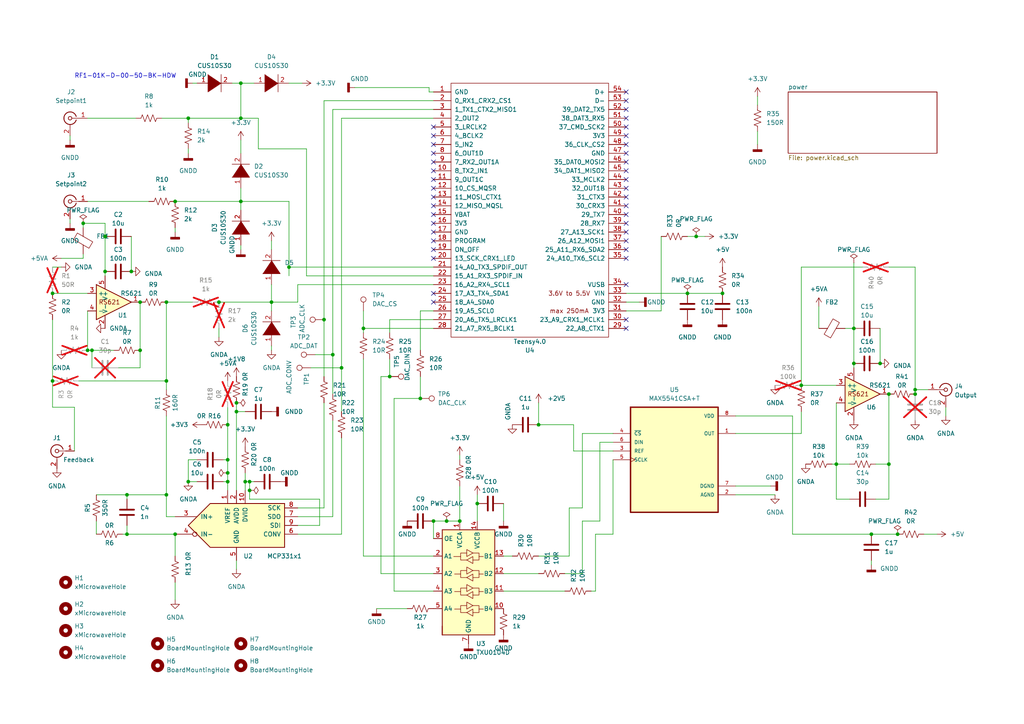
<source format=kicad_sch>
(kicad_sch (version 20230121) (generator eeschema)
  (paper "A4")
  (junction (at 199.39 85.09))
  (junction (at 265.43 114.3))
  (junction (at 50.8 58.42))
  (junction (at 113.03 109.22))
  (junction (at 72.39 139.7))
  (junction (at 69.85 34.29))
  (junction (at 209.55 85.09))
  (junction (at 48.26 110.49))
  (junction (at 48.26 143.51))
  (junction (at 129.54 151.13))
  (junction (at 232.41 111.76))
  (junction (at 121.92 115.57))
  (junction (at 69.85 58.42))
  (junction (at 54.61 139.7))
  (junction (at 40.64 101.6))
  (junction (at 83.82 77.47))
  (junction (at 15.24 85.09))
  (junction (at 36.83 143.51))
  (junction (at 72.39 142.24))
  (junction (at 63.5 87.63))
  (junction (at 133.35 151.13))
  (junction (at 24.13 64.77))
  (junction (at 25.4 101.6))
  (junction (at 260.35 154.94))
  (junction (at 68.58 119.38))
  (junction (at 66.04 139.7))
  (junction (at 156.21 123.19))
  (junction (at 68.58 116.84))
  (junction (at 247.65 95.25))
  (junction (at 48.26 87.63))
  (junction (at 38.1 78.74))
  (junction (at 247.65 105.41))
  (junction (at 78.74 87.63))
  (junction (at 93.98 92.71))
  (junction (at 66.04 137.16))
  (junction (at 96.52 102.87))
  (junction (at 242.57 134.62))
  (junction (at 201.93 68.58))
  (junction (at 69.85 24.13))
  (junction (at 257.81 134.62))
  (junction (at 252.73 154.94))
  (junction (at 66.04 133.35))
  (junction (at 125.73 151.13))
  (junction (at 26.67 101.6))
  (junction (at 50.8 154.94))
  (junction (at 71.12 139.7))
  (junction (at 138.43 146.05))
  (junction (at 40.64 87.63))
  (junction (at 54.61 34.29))
  (junction (at 15.24 110.49))
  (junction (at 30.48 78.74))
  (junction (at 265.43 113.03))
  (junction (at 66.04 123.19))
  (junction (at 30.48 68.58))
  (junction (at 99.06 106.68))
  (junction (at 36.83 154.94))
  (junction (at 255.27 105.41))
  (junction (at 257.81 114.3))
  (junction (at 105.41 95.25))
  (no_connect (at 181.61 29.21))
  (no_connect (at 181.61 74.93))
  (no_connect (at 181.61 54.61))
  (no_connect (at 125.73 74.93))
  (no_connect (at 181.61 39.37))
  (no_connect (at 125.73 69.85))
  (no_connect (at 125.73 46.99))
  (no_connect (at 125.73 72.39))
  (no_connect (at 125.73 36.83))
  (no_connect (at 181.61 82.55))
  (no_connect (at 125.73 67.31))
  (no_connect (at 181.61 36.83))
  (no_connect (at 181.61 26.67))
  (no_connect (at 181.61 67.31))
  (no_connect (at 125.73 41.91))
  (no_connect (at 181.61 44.45))
  (no_connect (at 181.61 69.85))
  (no_connect (at 181.61 41.91))
  (no_connect (at 181.61 57.15))
  (no_connect (at 125.73 54.61))
  (no_connect (at 181.61 59.69))
  (no_connect (at 125.73 85.09))
  (no_connect (at 181.61 49.53))
  (no_connect (at 181.61 31.75))
  (no_connect (at 125.73 39.37))
  (no_connect (at 125.73 59.69))
  (no_connect (at 181.61 72.39))
  (no_connect (at 181.61 46.99))
  (no_connect (at 125.73 52.07))
  (no_connect (at 181.61 52.07))
  (no_connect (at 181.61 95.25))
  (no_connect (at 181.61 92.71))
  (no_connect (at 181.61 62.23))
  (no_connect (at 125.73 57.15))
  (no_connect (at 125.73 44.45))
  (no_connect (at 181.61 64.77))
  (no_connect (at 125.73 64.77))
  (no_connect (at 125.73 49.53))
  (no_connect (at 181.61 34.29))
  (no_connect (at 125.73 87.63))
  (no_connect (at 125.73 62.23))
  (wire (pts (xy 99.06 34.29) (xy 125.73 34.29)))
  (wire (pts (xy 121.92 109.22) (xy 121.92 115.57)))
  (wire (pts (xy 129.54 151.13) (xy 133.35 151.13)))
  (wire (pts (xy 274.32 118.11) (xy 274.32 120.65)))
  (wire (pts (xy 105.41 95.25) (xy 125.73 95.25)))
  (wire (pts (xy 93.98 29.21) (xy 93.98 92.71)))
  (wire (pts (xy 125.73 26.67) (xy 124.46 26.67)))
  (wire (pts (xy 229.87 154.94) (xy 252.73 154.94)))
  (wire (pts (xy 168.91 166.37) (xy 168.91 151.13)))
  (wire (pts (xy 22.86 110.49) (xy 48.26 110.49)))
  (wire (pts (xy 156.21 123.19) (xy 166.37 123.19)))
  (wire (pts (xy 78.74 87.63) (xy 86.36 87.63)))
  (wire (pts (xy 99.06 106.68) (xy 99.06 34.29)))
  (wire (pts (xy 172.72 171.45) (xy 171.45 171.45)))
  (wire (pts (xy 105.41 96.52) (xy 105.41 95.25)))
  (wire (pts (xy 93.98 92.71) (xy 93.98 109.22)))
  (wire (pts (xy 78.74 90.17) (xy 78.74 87.63)))
  (wire (pts (xy 67.31 24.13) (xy 69.85 24.13)))
  (wire (pts (xy 15.24 85.09) (xy 25.4 85.09)))
  (wire (pts (xy 25.4 58.42) (xy 43.18 58.42)))
  (wire (pts (xy 254 144.78) (xy 257.81 144.78)))
  (wire (pts (xy 146.05 166.37) (xy 156.21 166.37)))
  (wire (pts (xy 166.37 130.81) (xy 177.8 130.81)))
  (wire (pts (xy 25.4 34.29) (xy 39.37 34.29)))
  (wire (pts (xy 72.39 139.7) (xy 71.12 139.7)))
  (wire (pts (xy 96.52 102.87) (xy 96.52 114.3)))
  (wire (pts (xy 69.85 34.29) (xy 74.93 34.29)))
  (wire (pts (xy 269.24 113.03) (xy 265.43 113.03)))
  (wire (pts (xy 72.39 142.24) (xy 72.39 144.78)))
  (wire (pts (xy 15.24 118.11) (xy 21.59 118.11)))
  (wire (pts (xy 26.67 101.6) (xy 26.67 106.68)))
  (wire (pts (xy 138.43 143.51) (xy 138.43 146.05)))
  (wire (pts (xy 86.36 154.94) (xy 99.06 154.94)))
  (wire (pts (xy 252.73 163.83) (xy 252.73 162.56)))
  (wire (pts (xy 156.21 161.29) (xy 165.1 161.29)))
  (wire (pts (xy 71.12 139.7) (xy 71.12 142.24)))
  (wire (pts (xy 69.85 34.29) (xy 69.85 24.13)))
  (wire (pts (xy 255.27 95.25) (xy 255.27 105.41)))
  (wire (pts (xy 232.41 125.73) (xy 213.36 125.73)))
  (wire (pts (xy 173.99 151.13) (xy 173.99 128.27)))
  (wire (pts (xy 27.94 151.13) (xy 27.94 154.94)))
  (wire (pts (xy 54.61 34.29) (xy 69.85 34.29)))
  (wire (pts (xy 35.56 154.94) (xy 36.83 154.94)))
  (wire (pts (xy 24.13 74.93) (xy 24.13 73.66)))
  (wire (pts (xy 110.49 109.22) (xy 113.03 109.22)))
  (wire (pts (xy 36.83 143.51) (xy 48.26 143.51)))
  (wire (pts (xy 92.71 152.4) (xy 86.36 152.4)))
  (wire (pts (xy 93.98 116.84) (xy 93.98 147.32)))
  (wire (pts (xy 247.65 76.2) (xy 247.65 95.25)))
  (wire (pts (xy 74.93 34.29) (xy 74.93 43.18)))
  (wire (pts (xy 48.26 120.65) (xy 48.26 143.51)))
  (wire (pts (xy 66.04 139.7) (xy 66.04 142.24)))
  (wire (pts (xy 46.99 34.29) (xy 54.61 34.29)))
  (wire (pts (xy 242.57 116.84) (xy 242.57 134.62)))
  (wire (pts (xy 83.82 24.13) (xy 87.63 24.13)))
  (wire (pts (xy 232.41 119.38) (xy 232.41 125.73)))
  (wire (pts (xy 86.36 147.32) (xy 93.98 147.32)))
  (wire (pts (xy 96.52 31.75) (xy 96.52 102.87)))
  (wire (pts (xy 54.61 133.35) (xy 57.15 133.35)))
  (wire (pts (xy 88.9 43.18) (xy 88.9 80.01)))
  (wire (pts (xy 133.35 140.97) (xy 133.35 151.13)))
  (wire (pts (xy 69.85 72.39) (xy 69.85 71.12)))
  (wire (pts (xy 92.71 144.78) (xy 92.71 152.4)))
  (wire (pts (xy 96.52 121.92) (xy 96.52 149.86)))
  (wire (pts (xy 146.05 171.45) (xy 163.83 171.45)))
  (wire (pts (xy 247.65 95.25) (xy 247.65 105.41)))
  (wire (pts (xy 247.65 105.41) (xy 247.65 106.68)))
  (wire (pts (xy 246.38 144.78) (xy 242.57 144.78)))
  (wire (pts (xy 83.82 58.42) (xy 83.82 77.47)))
  (wire (pts (xy 114.3 115.57) (xy 114.3 171.45)))
  (wire (pts (xy 25.4 90.17) (xy 25.4 101.6)))
  (wire (pts (xy 66.04 133.35) (xy 66.04 137.16)))
  (wire (pts (xy 36.83 152.4) (xy 36.83 154.94)))
  (wire (pts (xy 48.26 113.03) (xy 48.26 110.49)))
  (wire (pts (xy 201.93 68.58) (xy 199.39 68.58)))
  (wire (pts (xy 17.78 77.47) (xy 15.24 77.47)))
  (wire (pts (xy 69.85 24.13) (xy 73.66 24.13)))
  (wire (pts (xy 78.74 87.63) (xy 78.74 82.55)))
  (wire (pts (xy 124.46 26.67) (xy 124.46 25.4)))
  (wire (pts (xy 257.81 114.3) (xy 257.81 134.62)))
  (wire (pts (xy 124.46 25.4) (xy 102.87 25.4)))
  (wire (pts (xy 265.43 77.47) (xy 265.43 113.03)))
  (wire (pts (xy 68.58 119.38) (xy 68.58 142.24)))
  (wire (pts (xy 54.61 35.56) (xy 54.61 34.29)))
  (wire (pts (xy 88.9 43.18) (xy 74.93 43.18)))
  (wire (pts (xy 73.66 139.7) (xy 72.39 139.7)))
  (wire (pts (xy 54.61 133.35) (xy 54.61 139.7)))
  (wire (pts (xy 232.41 111.76) (xy 232.41 77.47)))
  (wire (pts (xy 69.85 60.96) (xy 69.85 58.42)))
  (wire (pts (xy 168.91 151.13) (xy 173.99 151.13)))
  (wire (pts (xy 168.91 147.32) (xy 165.1 147.32)))
  (wire (pts (xy 69.85 58.42) (xy 83.82 58.42)))
  (wire (pts (xy 83.82 77.47) (xy 83.82 80.01)))
  (wire (pts (xy 86.36 87.63) (xy 86.36 82.55)))
  (wire (pts (xy 68.58 116.84) (xy 68.58 119.38)))
  (wire (pts (xy 48.26 149.86) (xy 50.8 149.86)))
  (wire (pts (xy 36.83 144.78) (xy 36.83 143.51)))
  (wire (pts (xy 105.41 95.25) (xy 105.41 90.17)))
  (wire (pts (xy 15.24 92.71) (xy 15.24 110.49)))
  (wire (pts (xy 55.88 24.13) (xy 57.15 24.13)))
  (wire (pts (xy 78.74 101.6) (xy 78.74 100.33)))
  (wire (pts (xy 267.97 154.94) (xy 271.78 154.94)))
  (wire (pts (xy 48.26 87.63) (xy 55.88 87.63)))
  (wire (pts (xy 121.92 90.17) (xy 121.92 101.6)))
  (wire (pts (xy 30.48 64.77) (xy 24.13 64.77)))
  (wire (pts (xy 24.13 64.77) (xy 24.13 66.04)))
  (wire (pts (xy 254 134.62) (xy 257.81 134.62)))
  (wire (pts (xy 121.92 90.17) (xy 125.73 90.17)))
  (wire (pts (xy 125.73 80.01) (xy 88.9 80.01)))
  (wire (pts (xy 50.8 58.42) (xy 69.85 58.42)))
  (wire (pts (xy 242.57 134.62) (xy 241.3 134.62)))
  (wire (pts (xy 40.64 106.68) (xy 40.64 101.6)))
  (wire (pts (xy 48.26 143.51) (xy 48.26 149.86)))
  (wire (pts (xy 48.26 87.63) (xy 48.26 110.49)))
  (wire (pts (xy 232.41 111.76) (xy 242.57 111.76)))
  (wire (pts (xy 36.83 154.94) (xy 50.8 154.94)))
  (wire (pts (xy 173.99 128.27) (xy 177.8 128.27)))
  (wire (pts (xy 166.37 123.19) (xy 166.37 130.81)))
  (wire (pts (xy 156.21 116.84) (xy 156.21 123.19)))
  (wire (pts (xy 63.5 95.25) (xy 63.5 97.79)))
  (wire (pts (xy 83.82 77.47) (xy 125.73 77.47)))
  (wire (pts (xy 50.8 154.94) (xy 50.8 161.29)))
  (wire (pts (xy 30.48 68.58) (xy 30.48 78.74)))
  (wire (pts (xy 78.74 69.85) (xy 78.74 72.39)))
  (wire (pts (xy 27.94 143.51) (xy 36.83 143.51)))
  (wire (pts (xy 125.73 151.13) (xy 129.54 151.13)))
  (wire (pts (xy 213.36 143.51) (xy 224.79 143.51)))
  (wire (pts (xy 165.1 147.32) (xy 165.1 161.29)))
  (wire (pts (xy 181.61 90.17) (xy 191.77 90.17)))
  (wire (pts (xy 68.58 119.38) (xy 71.12 119.38)))
  (wire (pts (xy 66.04 137.16) (xy 66.04 139.7)))
  (wire (pts (xy 72.39 144.78) (xy 92.71 144.78)))
  (wire (pts (xy 204.47 68.58) (xy 201.93 68.58)))
  (wire (pts (xy 20.32 63.5) (xy 20.32 64.77)))
  (wire (pts (xy 213.36 140.97) (xy 223.52 140.97)))
  (wire (pts (xy 26.67 101.6) (xy 33.02 101.6)))
  (wire (pts (xy 30.48 78.74) (xy 30.48 80.01)))
  (wire (pts (xy 71.12 137.16) (xy 71.12 139.7)))
  (wire (pts (xy 146.05 146.05) (xy 146.05 151.13)))
  (wire (pts (xy 113.03 92.71) (xy 125.73 92.71)))
  (wire (pts (xy 86.36 82.55) (xy 125.73 82.55)))
  (wire (pts (xy 30.48 64.77) (xy 30.48 68.58)))
  (wire (pts (xy 125.73 156.21) (xy 125.73 151.13)))
  (wire (pts (xy 17.78 74.93) (xy 24.13 74.93)))
  (wire (pts (xy 219.71 27.94) (xy 219.71 30.48)))
  (wire (pts (xy 242.57 144.78) (xy 242.57 134.62)))
  (wire (pts (xy 54.61 43.18) (xy 54.61 44.45)))
  (wire (pts (xy 20.32 39.37) (xy 20.32 40.64)))
  (wire (pts (xy 237.49 95.25) (xy 237.49 88.9)))
  (wire (pts (xy 257.81 144.78) (xy 257.81 134.62)))
  (wire (pts (xy 69.85 58.42) (xy 69.85 54.61)))
  (wire (pts (xy 40.64 101.6) (xy 40.64 87.63)))
  (wire (pts (xy 177.8 154.94) (xy 177.8 133.35)))
  (wire (pts (xy 86.36 149.86) (xy 96.52 149.86)))
  (wire (pts (xy 213.36 120.65) (xy 229.87 120.65)))
  (wire (pts (xy 257.81 77.47) (xy 265.43 77.47)))
  (wire (pts (xy 66.04 118.11) (xy 66.04 123.19)))
  (wire (pts (xy 172.72 154.94) (xy 177.8 154.94)))
  (wire (pts (xy 168.91 125.73) (xy 168.91 147.32)))
  (wire (pts (xy 96.52 31.75) (xy 125.73 31.75)))
  (wire (pts (xy 138.43 146.05) (xy 138.43 151.13)))
  (wire (pts (xy 38.1 68.58) (xy 38.1 78.74)))
  (wire (pts (xy 25.4 101.6) (xy 26.67 101.6)))
  (wire (pts (xy 229.87 120.65) (xy 229.87 154.94)))
  (wire (pts (xy 113.03 96.52) (xy 113.03 92.71)))
  (wire (pts (xy 105.41 161.29) (xy 125.73 161.29)))
  (wire (pts (xy 265.43 113.03) (xy 265.43 114.3)))
  (wire (pts (xy 15.24 110.49) (xy 15.24 118.11)))
  (wire (pts (xy 99.06 119.38) (xy 99.06 106.68)))
  (wire (pts (xy 245.11 95.25) (xy 247.65 95.25)))
  (wire (pts (xy 66.04 123.19) (xy 66.04 133.35)))
  (wire (pts (xy 252.73 154.94) (xy 260.35 154.94)))
  (wire (pts (xy 69.85 44.45) (xy 69.85 40.64)))
  (wire (pts (xy 34.29 106.68) (xy 40.64 106.68)))
  (wire (pts (xy 91.44 102.87) (xy 96.52 102.87)))
  (wire (pts (xy 64.77 133.35) (xy 66.04 133.35)))
  (wire (pts (xy 146.05 161.29) (xy 148.59 161.29)))
  (wire (pts (xy 242.57 134.62) (xy 246.38 134.62)))
  (wire (pts (xy 50.8 168.91) (xy 50.8 173.99)))
  (wire (pts (xy 133.35 132.08) (xy 133.35 133.35)))
  (wire (pts (xy 68.58 165.1) (xy 68.58 162.56)))
  (wire (pts (xy 64.77 139.7) (xy 66.04 139.7)))
  (wire (pts (xy 232.41 77.47) (xy 250.19 77.47)))
  (wire (pts (xy 114.3 115.57) (xy 121.92 115.57)))
  (wire (pts (xy 54.61 139.7) (xy 57.15 139.7)))
  (wire (pts (xy 99.06 127) (xy 99.06 154.94)))
  (wire (pts (xy 105.41 104.14) (xy 105.41 161.29)))
  (wire (pts (xy 110.49 166.37) (xy 125.73 166.37)))
  (wire (pts (xy 63.5 87.63) (xy 78.74 87.63)))
  (wire (pts (xy 50.8 66.04) (xy 50.8 67.31)))
  (wire (pts (xy 172.72 171.45) (xy 172.72 154.94)))
  (wire (pts (xy 113.03 104.14) (xy 113.03 109.22)))
  (wire (pts (xy 185.42 87.63) (xy 181.61 87.63)))
  (wire (pts (xy 114.3 171.45) (xy 125.73 171.45)))
  (wire (pts (xy 177.8 125.73) (xy 168.91 125.73)))
  (wire (pts (xy 21.59 118.11) (xy 21.59 130.81)))
  (wire (pts (xy 72.39 139.7) (xy 72.39 142.24)))
  (wire (pts (xy 109.22 176.53) (xy 118.11 176.53)))
  (wire (pts (xy 219.71 38.1) (xy 219.71 41.91)))
  (wire (pts (xy 93.98 29.21) (xy 125.73 29.21)))
  (wire (pts (xy 181.61 85.09) (xy 199.39 85.09)))
  (wire (pts (xy 191.77 90.17) (xy 191.77 68.58)))
  (wire (pts (xy 163.83 166.37) (xy 168.91 166.37)))
  (wire (pts (xy 90.17 106.68) (xy 99.06 106.68)))
  (wire (pts (xy 199.39 85.09) (xy 209.55 85.09)))
  (wire (pts (xy 110.49 109.22) (xy 110.49 166.37)))
  (text "RF1-01K-D-00-50-BK-HDW" (at 21.59 22.86 0) (effects (font (size 1.27 1.27)) (justify left bottom)))
  (symbol (lib_id "Device:FerriteBead") (at 24.13 69.85 0) (unit 1)
    (property "Reference" "FB1" (at 27.94 68.5292 0) (effects (justify left)))
    (property "Value" "FerriteBead" (effects hide))
    (property "Footprint" "Resistor_SMD:R_0805_2012Metric_Pad1.20x1.40mm_HandSolder" (effects hide))
  )
  (symbol (lib_id "power:GNDA") (at 50.8 173.99 0) (unit 1)
    (property "Reference" "#PWR010" (effects hide))
    (property "Value" "GNDA" (at 50.8 179.07 0))
  )
  (symbol (lib_id "power:+2V5") (at 156.21 116.84 0) (unit 1)
    (property "Reference" "#PWR036" (effects hide))
    (property "Value" "+2V5" (at 158.75 115.57 0) (effects (justify left)))
  )
  (symbol (lib_id "Device:R_US") (at 19.05 110.49 90) (mirror x) (unit 1) (dnp yes)
    (property "Reference" "R3" (at 17.7799 113.03 0) (effects (justify left)))
    (property "Value" "0R" (at 20.3199 113.03 0) (effects (justify left)))
    (property "Footprint" "Resistor_SMD:R_0805_2012Metric" (effects hide))
  )
  (symbol (lib_id "power:GNDD") (at 78.74 119.38 90) (unit 1)
    (property "Reference" "#PWR024" (effects hide))
    (property "Value" "GNDD" (at 82.55 119.3799 90) (effects (justify right)))
  )
  (symbol (lib_id "Device:R_US") (at 232.41 115.57 180) (unit 1)
    (property "Reference" "R37" (at 234.95 114.3 0) (effects (justify right)))
    (property "Value" "0R" (at 234.95 116.84 0) (effects (justify right)))
    (property "Footprint" "Resistor_SMD:R_0805_2012Metric" (effects hide))
  )
  (symbol (lib_id "Device:R_US") (at 27.94 147.32 180) (unit 1)
    (property "Reference" "R5" (at 25.4 147.32 90))
    (property "Value" "350R" (at 30.48 147.32 90))
    (property "Footprint" "Resistor_SMD:R_0805_2012Metric" (effects hide))
  )
  (symbol (lib_name "RS621KXF_1") (lib_id "Misc:RS621KXF") (at 38.1 85.09 0) (unit 1)
    (property "Reference" "U1" (at 35.56 91.44 0))
    (property "Value" "RS621" (at 38.1 85.09 0))
    (property "Footprint" "Package_TO_SOT_SMD:SOT-23-5_HandSoldering" (effects hide))
  )
  (symbol (lib_id "Device:R_US") (at 62.23 123.19 270) (unit 1)
    (property "Reference" "R16" (at 62.23 120.65 90))
    (property "Value" "0R" (at 58.42 120.65 90))
    (property "Footprint" "Resistor_SMD:R_0805_2012Metric" (effects hide))
  )
  (symbol (lib_id "Device:R_US") (at 167.64 171.45 270) (unit 1)
    (property "Reference" "R32" (at 166.37 168.91 0) (effects (justify right)))
    (property "Value" "10R" (at 168.91 168.91 0) (effects (justify right)))
    (property "Footprint" "Resistor_SMD:R_0805_2012Metric" (effects hide))
  )
  (symbol (lib_id "Device:R_US") (at 146.05 180.34 0) (unit 1)
    (property "Reference" "R29" (at 148.59 179.0699 0) (effects (justify left)))
    (property "Value" "1k" (at 148.59 181.6099 0) (effects (justify left)))
    (property "Footprint" "Resistor_SMD:R_0805_2012Metric" (effects hide))
  )
  (symbol (lib_id "Device:R_US") (at 121.92 105.41 180) (unit 1)
    (property "Reference" "R26" (at 124.46 104.14 0) (effects (justify right)))
    (property "Value" "10R" (at 124.46 106.68 0) (effects (justify right)))
    (property "Footprint" "Resistor_SMD:R_0805_2012Metric" (effects hide))
  )
  (symbol (lib_id "pspice:DIODE") (at 69.85 49.53 90) (unit 1)
    (property "Reference" "D2" (at 73.66 48.26 90) (effects (justify right)))
    (property "Value" "CUS10S30" (at 73.66 50.8 90) (effects (justify right)))
    (property "Footprint" "Diode_SMD:D_SOD-323_HandSoldering" (effects hide))
  )
  (symbol (lib_id "Connector:TestPoint") (at 113.03 109.22 270) (unit 1) (on_board no)
    (property "Reference" "TP5" (at 115.062 106.68 0) (effects (justify right)))
    (property "Value" "DAC_DIN" (at 118.11 110.49 0) (effects (justify right)))
    (property "Footprint" "TestPoint:TestPoint_Loop_D2.50mm_Drill1.0mm" (effects hide))
  )
  (symbol (lib_id "Device:R_US") (at 250.19 134.62 90) (unit 1)
    (property "Reference" "R39" (at 250.19 129.54 90))
    (property "Value" "10k" (at 250.19 132.08 90))
    (property "Footprint" "Resistor_SMD:R_0805_2012Metric" (effects hide))
  )
  (symbol (lib_id "Device:R_US") (at 219.71 34.29 0) (unit 1)
    (property "Reference" "R35" (at 222.25 33.0199 0) (effects (justify left)))
    (property "Value" "150R" (at 222.25 35.5599 0) (effects (justify left)))
    (property "Footprint" "Resistor_SMD:R_0805_2012Metric" (effects hide))
  )
  (symbol (lib_id "power:GNDA") (at 255.27 105.41 90) (unit 1)
    (property "Reference" "#PWR051" (effects hide))
    (property "Value" "GNDA" (at 259.08 106.045 90) (effects (justify right)))
  )
  (symbol (lib_id "Connector:Conn_Coaxial") (at 16.51 130.81 0) (mirror y) (unit 1)
    (property "Reference" "J1" (at 16.51 127 0))
    (property "Value" "Feedback" (at 22.86 133.35 0))
    (property "Footprint" "Connector_Coaxial:BNC_Amphenol_B6252HB-NPP3G-50_Horizontal" (effects hide))
    (property "Datasheet" " ~" (effects hide))
  )
  (symbol (lib_id "power:GNDD") (at 20.32 40.64 0) (unit 1)
    (property "Reference" "#PWR05" (effects hide))
    (property "Value" "GNDD" (at 20.32 45.72 0))
  )
  (symbol (lib_id "Connector:TestPoint") (at 90.17 106.68 90) (unit 1) (on_board no)
    (property "Reference" "TP1" (at 88.9 111.76 0) (effects (justify left)))
    (property "Value" "ADC_CONV" (at 83.82 114.3 0) (effects (justify left)))
    (property "Footprint" "TestPoint:TestPoint_Loop_D2.50mm_Drill1.0mm" (effects hide))
  )
  (symbol (lib_id "Device:R_US") (at 36.83 101.6 90) (unit 1)
    (property "Reference" "R7" (at 36.83 96.52 90))
    (property "Value" "0R" (at 36.83 99.06 90))
    (property "Footprint" "Resistor_SMD:R_0805_2012Metric" (effects hide))
  )
  (symbol (lib_id "Device:R_US") (at 46.99 58.42 90) (unit 1)
    (property "Reference" "R10" (at 46.99 52.07 90))
    (property "Value" "1k" (at 46.99 54.61 90))
    (property "Footprint" "Resistor_SMD:R_0805_2012Metric" (effects hide))
  )
  (symbol (lib_id "Teensy:Teensy4.0") (at 153.67 60.96 0) (unit 1)
    (property "Reference" "U4" (at 153.67 101.6 0))
    (property "Value" "Teensy4.0" (at 153.67 99.06 0))
    (property "Footprint" "Teensy:Teensy40" (effects hide))
  )
  (symbol (lib_id "power:GNDD") (at 69.85 72.39 0) (unit 1)
    (property "Reference" "#PWR020" (effects hide))
    (property "Value" "GNDD" (at 67.31 73.66 90) (effects (justify left)))
  )
  (symbol (lib_id "Device:C") (at 36.83 148.59 0) (unit 1)
    (property "Reference" "C4" (at 40.64 147.3199 0) (effects (justify left)))
    (property "Value" "1n" (at 40.64 149.8599 0) (effects (justify left)))
    (property "Footprint" "Capacitor_SMD:C_0805_2012Metric" (effects hide))
  )
  (symbol (lib_id "Device:FerriteBead") (at 241.3 95.25 90) (unit 1)
    (property "Reference" "FB2" (at 241.2492 87.63 90))
    (property "Value" "FerriteBead" (effects hide))
    (property "Footprint" "Resistor_SMD:R_0805_2012Metric_Pad1.20x1.40mm_HandSolder" (effects hide))
  )
  (symbol (lib_id "power:GNDD") (at 135.89 186.69 0) (unit 1)
    (property "Reference" "#PWR031" (effects hide))
    (property "Value" "GNDD" (at 135.89 190.5 0))
  )
  (symbol (lib_id "power:GNDD") (at 223.52 140.97 90) (unit 1)
    (property "Reference" "#PWR044" (effects hide))
    (property "Value" "GNDD" (at 227.33 138.43 90) (effects (justify left)))
  )
  (symbol (lib_id "pspice:DIODE") (at 62.23 24.13 0) (unit 1)
    (property "Reference" "D1" (at 62.23 16.51 0))
    (property "Value" "CUS10S30" (at 62.23 19.05 0))
    (property "Footprint" "Diode_SMD:D_SOD-323_HandSoldering" (effects hide))
  )
  (symbol (lib_id "Device:R_US") (at 160.02 166.37 270) (unit 1)
    (property "Reference" "R31" (at 158.75 163.83 0) (effects (justify right)))
    (property "Value" "10R" (at 161.29 163.83 0) (effects (justify right)))
    (property "Footprint" "Resistor_SMD:R_0805_2012Metric" (effects hide))
  )
  (symbol (lib_id "Mechanical:MountingHole") (at 19.05 182.88 0) (unit 1)
    (property "Reference" "H3" (at 21.59 181.6099 0) (effects (justify left)))
    (property "Value" "xMicrowaveHole" (at 21.59 184.1499 0) (effects (justify left)))
    (property "Footprint" "MountingHole:MountingHole_2.1mm" (effects hide))
  )
  (symbol (lib_id "Device:R_US") (at 93.98 113.03 180) (unit 1)
    (property "Reference" "R21" (at 96.52 111.76 0) (effects (justify right)))
    (property "Value" "10R" (at 96.52 114.3 0) (effects (justify right)))
    (property "Footprint" "Resistor_SMD:R_0805_2012Metric" (effects hide))
  )
  (symbol (lib_id "Connector:Conn_Coaxial") (at 274.32 113.03 0) (unit 1)
    (property "Reference" "J4" (at 276.86 112.0531 0) (effects (justify left)))
    (property "Value" "Output" (at 276.86 114.5931 0) (effects (justify left)))
    (property "Footprint" "Connector_Coaxial:BNC_Amphenol_B6252HB-NPP3G-50_Horizontal" (effects hide))
    (property "Datasheet" " ~" (effects hide))
  )
  (symbol (lib_id "power:GNDD") (at 118.11 151.13 0) (unit 1)
    (property "Reference" "#PWR029" (effects hide))
    (property "Value" "GNDD" (at 118.11 154.94 0))
  )
  (symbol (lib_id "Device:R_US") (at 44.45 87.63 90) (unit 1)
    (property "Reference" "R9" (at 44.45 82.55 90))
    (property "Value" "0R" (at 44.45 85.09 90))
    (property "Footprint" "Resistor_SMD:R_0805_2012Metric" (effects hide))
  )
  (symbol (lib_id "power:+3.3V") (at 87.63 24.13 270) (unit 1)
    (property "Reference" "#PWR026" (effects hide))
    (property "Value" "+3.3V" (at 91.44 24.13 90) (effects (justify left)))
  )
  (symbol (lib_id "Connector:TestPoint") (at 91.44 102.87 90) (unit 1) (on_board no)
    (property "Reference" "TP2" (at 88.138 97.79 90))
    (property "Value" "ADC_DAT" (at 88.138 100.33 90))
    (property "Footprint" "TestPoint:TestPoint_Loop_D2.50mm_Drill1.0mm" (effects hide))
  )
  (symbol (lib_id "Device:C") (at 209.55 88.9 0) (unit 1)
    (property "Reference" "C13" (at 213.36 87.63 0) (effects (justify left)))
    (property "Value" "100n" (at 213.36 90.17 0) (effects (justify left)))
    (property "Footprint" "Capacitor_SMD:C_0805_2012Metric" (effects hide))
  )
  (symbol (lib_id "power:GNDD") (at 54.61 44.45 0) (unit 1)
    (property "Reference" "#PWR011" (effects hide))
    (property "Value" "GNDD" (at 54.61 49.53 0))
  )
  (symbol (lib_id "power:GNDA") (at 54.61 139.7 0) (unit 1)
    (property "Reference" "#PWR012" (effects hide))
    (property "Value" "GNDA" (at 54.61 144.78 0))
  )
  (symbol (lib_id "Device:C") (at 74.93 119.38 90) (unit 1)
    (property "Reference" "C7" (at 74.93 113.03 90))
    (property "Value" "1u" (at 74.93 115.57 90))
    (property "Footprint" "Capacitor_SMD:C_0805_2012Metric" (effects hide))
  )
  (symbol (lib_id "Device:R_US") (at 59.69 87.63 90) (unit 1) (dnp yes)
    (property "Reference" "R15" (at 59.69 81.28 90))
    (property "Value" "1k" (at 59.69 83.82 90))
    (property "Footprint" "Resistor_SMD:R_0805_2012Metric" (effects hide))
  )
  (symbol (lib_id "Device:C") (at 34.29 78.74 90) (unit 1)
    (property "Reference" "C3" (at 34.29 72.39 90))
    (property "Value" "100n" (at 34.29 74.93 90))
    (property "Footprint" "Capacitor_SMD:C_0805_2012Metric" (effects hide))
  )
  (symbol (lib_id "Device:R_US") (at 15.24 88.9 0) (unit 1)
    (property "Reference" "R2" (at 17.78 87.63 0) (effects (justify left)))
    (property "Value" "0R" (at 17.78 90.17 0) (effects (justify left)))
    (property "Footprint" "Resistor_SMD:R_0805_2012Metric" (effects hide))
  )
  (symbol (lib_id "Device:R_US") (at 50.8 62.23 0) (unit 1)
    (property "Reference" "R12" (at 53.34 60.9599 0) (effects (justify left)))
    (property "Value" "2k" (at 53.34 63.4999 0) (effects (justify left)))
    (property "Footprint" "Resistor_SMD:R_0805_2012Metric" (effects hide))
  )
  (symbol (lib_id "power:+5VA") (at 237.49 88.9 0) (unit 1)
    (property "Reference" "#PWR048" (effects hide))
    (property "Value" "+5VA" (at 237.49 83.82 0))
  )
  (symbol (lib_id "power:GNDA") (at 247.65 121.92 0) (unit 1)
    (property "Reference" "#PWR049" (effects hide))
    (property "Value" "GNDA" (at 247.65 127 0))
  )
  (symbol (lib_id "Device:R_US") (at 63.5 91.44 0) (unit 1) (dnp yes)
    (property "Reference" "R17" (at 66.04 90.1699 0) (effects (justify left)))
    (property "Value" "2k" (at 66.04 92.7099 0) (effects (justify left)))
    (property "Footprint" "Resistor_SMD:R_0805_2012Metric" (effects hide))
  )
  (symbol (lib_id "power:GNDD") (at 109.22 176.53 0) (unit 1)
    (property "Reference" "#PWR028" (effects hide))
    (property "Value" "GNDD" (at 109.22 180.34 0))
  )
  (symbol (lib_id "power:GNDA") (at 78.74 101.6 0) (unit 1)
    (property "Reference" "#PWR023" (effects hide))
    (property "Value" "GNDA" (at 78.74 106.68 0))
  )
  (symbol (lib_id "power:PWR_FLAG") (at 24.13 64.77 0) (unit 1)
    (property "Reference" "#FLG01" (effects hide))
    (property "Value" "PWR_FLAG" (at 24.13 60.96 0))
  )
  (symbol (lib_id "power:GNDD") (at 102.87 25.4 270) (unit 1)
    (property "Reference" "#PWR027" (effects hide))
    (property "Value" "GNDD" (at 101.6 22.86 90) (effects (justify left)))
  )
  (symbol (lib_id "power:GNDA") (at 16.51 135.89 0) (unit 1)
    (property "Reference" "#PWR01" (effects hide))
    (property "Value" "GNDA" (at 16.51 140.97 0))
  )
  (symbol (lib_id "Jakub:MCP331x1") (at 71.12 152.4 0) (unit 1)
    (property "Reference" "U2" (at 70.5994 161.29 0) (effects (justify left)))
    (property "Value" "MCP331x1" (at 77.47 161.29 0) (effects (justify left)))
    (property "Footprint" "Package_SO:MSOP-10_3x3mm_P0.5mm" (effects hide))
    (property "Datasheet" "https://ww1.microchip.com/downloads/en/DeviceDoc/MCP33131D-Data-Sheet-DS20005947B.pdf" (effects hide))
  )
  (symbol (lib_id "Device:C") (at 199.39 88.9 0) (unit 1)
    (property "Reference" "C12" (at 203.2 87.6299 0) (effects (justify left)))
    (property "Value" "10u" (at 203.2 90.1699 0) (effects (justify left)))
    (property "Footprint" "Capacitor_SMD:C_0805_2012Metric" (effects hide))
  )
  (symbol (lib_id "Device:R_US") (at 96.52 118.11 180) (unit 1)
    (property "Reference" "R22" (at 99.06 116.84 0) (effects (justify right)))
    (property "Value" "10R" (at 99.06 119.38 0) (effects (justify right)))
    (property "Footprint" "Resistor_SMD:R_0805_2012Metric" (effects hide))
  )
  (symbol (lib_id "Device:C") (at 251.46 95.25 90) (unit 1)
    (property "Reference" "C15" (at 251.46 88.9 90))
    (property "Value" "10u" (at 251.46 91.44 90))
    (property "Footprint" "Capacitor_SMD:C_0805_2012Metric" (effects hide))
  )
  (symbol (lib_id "power:GNDA") (at 17.78 101.6 0) (unit 1)
    (property "Reference" "#PWR04" (effects hide))
    (property "Value" "GNDA" (at 17.78 106.68 0))
  )
  (symbol (lib_id "Device:C") (at 152.4 123.19 90) (unit 1)
    (property "Reference" "C11" (at 152.4 115.57 90))
    (property "Value" "1u" (at 152.4 118.11 90))
    (property "Footprint" "Capacitor_SMD:C_0805_2012Metric" (effects hide))
  )
  (symbol (lib_id "power:GNDA") (at 224.79 111.76 0) (unit 1)
    (property "Reference" "#PWR045" (effects hide))
    (property "Value" "GNDA" (at 224.79 116.84 0))
  )
  (symbol (lib_id "pspice:DIODE") (at 78.74 77.47 90) (unit 1)
    (property "Reference" "D5" (at 82.55 76.2 90) (effects (justify right)))
    (property "Value" "CUS10S30" (effects hide))
    (property "Footprint" "Diode_SMD:D_SOD-323_HandSoldering" (effects hide))
  )
  (symbol (lib_id "power:GNDD") (at 146.05 184.15 0) (unit 1)
    (property "Reference" "#PWR034" (effects hide))
    (property "Value" "GNDD" (at 146.05 187.96 0))
  )
  (symbol (lib_id "Mechanical:MountingHole") (at 45.72 186.69 0) (unit 1)
    (property "Reference" "H5" (at 48.26 185.4199 0) (effects (justify left)))
    (property "Value" "BoardMountingHole" (at 48.26 187.9599 0) (effects (justify left)))
    (property "Footprint" "MountingHole:MountingHole_3.2mm_M3" (effects hide))
  )
  (symbol (lib_id "power:GNDD") (at 185.42 87.63 90) (unit 1)
    (property "Reference" "#PWR037" (effects hide))
    (property "Value" "GNDD" (at 193.04 87.63 90) (effects (justify left)))
  )
  (symbol (lib_id "Device:R_US") (at 71.12 133.35 180) (unit 1)
    (property "Reference" "R20" (at 73.66 133.35 90))
    (property "Value" "0R" (at 73.66 129.54 90))
    (property "Footprint" "Resistor_SMD:R_0805_2012Metric" (effects hide))
  )
  (symbol (lib_id "power:+5V") (at 138.43 143.51 0) (unit 1)
    (property "Reference" "#PWR032" (effects hide))
    (property "Value" "+5V" (at 138.43 138.43 0))
  )
  (symbol (lib_id "power:GNDA") (at 265.43 121.92 0) (unit 1)
    (property "Reference" "#PWR052" (effects hide))
    (property "Value" "GNDA" (at 265.43 127 0))
  )
  (symbol (lib_id "power:+3.3V") (at 71.12 129.54 0) (unit 1)
    (property "Reference" "#PWR021" (effects hide))
    (property "Value" "+3.3V" (at 71.12 124.46 0))
  )
  (symbol (lib_id "power:GNDD") (at 146.05 151.13 0) (unit 1)
    (property "Reference" "#PWR033" (effects hide))
    (property "Value" "GNDD" (at 146.05 154.94 0))
  )
  (symbol (lib_id "Device:C") (at 121.92 151.13 90) (unit 1)
    (property "Reference" "C9" (at 121.92 144.78 90))
    (property "Value" "100n" (at 121.92 147.32 90))
    (property "Footprint" "Capacitor_SMD:C_0805_2012Metric" (effects hide))
  )
  (symbol (lib_id "Misc:RS621KXF") (at 255.27 111.76 0) (unit 1)
    (property "Reference" "U6" (at 252.73 118.11 0))
    (property "Value" "RS621" (at 255.27 111.76 0))
    (property "Footprint" "Package_TO_SOT_SMD:SOT-23-5_HandSoldering" (effects hide))
  )
  (symbol (lib_id "power:GNDA") (at 17.78 77.47 90) (unit 1)
    (property "Reference" "#PWR03" (effects hide))
    (property "Value" "GNDA" (at 21.59 77.47 90) (effects (justify right)))
  )
  (symbol (lib_id "MAX5541:MAX5541CSA+T") (at 195.58 133.35 0) (unit 1)
    (property "Reference" "U5" (at 195.58 113.03 0))
    (property "Value" "MAX5541CSA+T" (at 195.58 115.57 0))
    (property "Footprint" "Package_SO:SOIC-8_3.9x4.9mm_P1.27mm" (effects hide))
    (property "Datasheet" "https://www.analog.com/media/en/technical-documentation/data-sheets/MAX5541.pdf" (effects hide))
  )
  (symbol (lib_id "power:+5V") (at 209.55 77.47 0) (unit 1)
    (property "Reference" "#PWR040" (effects hide))
    (property "Value" "+5V" (at 209.55 72.39 0))
  )
  (symbol (lib_id "power:+3.3V") (at 133.35 132.08 0) (unit 1)
    (property "Reference" "#PWR030" (effects hide))
    (property "Value" "+3.3V" (at 133.35 127 0))
  )
  (symbol (lib_id "power:GNDD") (at 252.73 163.83 0) (unit 1)
    (property "Reference" "#PWR050" (effects hide))
    (property "Value" "GNDD" (at 255.27 164.9094 0) (effects (justify left)))
  )
  (symbol (lib_id "power:GNDA") (at 68.58 165.1 0) (unit 1)
    (property "Reference" "#PWR018" (effects hide))
    (property "Value" "GNDA" (at 68.58 170.18 0))
  )
  (symbol (lib_id "Device:R_US") (at 133.35 137.16 180) (unit 1)
    (property "Reference" "R28" (at 135.89 137.16 90))
    (property "Value" "0R" (at 135.89 133.35 90))
    (property "Footprint" "Resistor_SMD:R_0805_2012Metric" (effects hide))
  )
  (symbol (lib_id "Mechanical:MountingHole") (at 69.85 186.69 0) (unit 1)
    (property "Reference" "H7" (at 72.39 185.4199 0) (effects (justify left)))
    (property "Value" "BoardMountingHole" (at 72.39 187.9599 0) (effects (justify left)))
    (property "Footprint" "MountingHole:MountingHole_3.2mm_M3" (effects hide))
  )
  (symbol (lib_id "power:PWR_FLAG") (at 66.04 137.16 90) (unit 1)
    (property "Reference" "#FLG02" (effects hide))
    (property "Value" "PWR_FLAG" (effects hide))
  )
  (symbol (lib_id "Connector:TestPoint") (at 121.92 115.57 270) (unit 1) (on_board no)
    (property "Reference" "TP6" (at 127 114.3 90) (effects (justify left)))
    (property "Value" "DAC_CLK" (at 127 116.84 90) (effects (justify left)))
    (property "Footprint" "TestPoint:TestPoint_Loop_D2.50mm_Drill1.0mm" (effects hide))
  )
  (symbol (lib_id "power:GNDA") (at 63.5 97.79 0) (unit 1)
    (property "Reference" "#PWR015" (effects hide))
    (property "Value" "GNDA" (at 63.5 102.87 0))
  )
  (symbol (lib_id "power:+3.3V") (at 78.74 69.85 0) (unit 1)
    (property "Reference" "#PWR022" (effects hide))
    (property "Value" "+3.3V" (at 78.74 64.77 0))
  )
  (symbol (lib_id "power:PWR_FLAG") (at 72.39 142.24 270) (unit 1)
    (property "Reference" "#FLG04" (effects hide))
    (property "Value" "PWR_FLAG" (effects hide))
  )
  (symbol (lib_id "power:PWR_FLAG") (at 129.54 151.13 0) (unit 1)
    (property "Reference" "#FLG05" (effects hide))
    (property "Value" "PWR_FLAG" (at 129.54 146.05 0))
  )
  (symbol (lib_id "Device:R_US") (at 31.75 154.94 270) (unit 1)
    (property "Reference" "R6" (at 31.75 157.48 90))
    (property "Value" "0R" (at 31.75 152.4 90))
    (property "Footprint" "Resistor_SMD:R_0805_2012Metric" (effects hide))
  )
  (symbol (lib_id "Device:R_US") (at 48.26 116.84 180) (unit 1)
    (property "Reference" "R11" (at 45.72 116.84 90))
    (property "Value" "160R" (at 50.8 116.84 90))
    (property "Footprint" "Resistor_SMD:R_0805_2012Metric" (effects hide))
  )
  (symbol (lib_id "power:GNDD") (at 199.39 92.71 0) (unit 1)
    (property "Reference" "#PWR038" (effects hide))
    (property "Value" "GNDD" (at 199.39 97.79 0))
  )
  (symbol (lib_id "Device:R_US") (at 43.18 34.29 90) (unit 1)
    (property "Reference" "R8" (at 43.18 27.94 90))
    (property "Value" "1k" (at 43.18 30.48 90))
    (property "Footprint" "Resistor_SMD:R_0805_2012Metric" (effects hide))
  )
  (symbol (lib_id "pspice:DIODE") (at 69.85 66.04 90) (unit 1)
    (property "Reference" "D3" (at 62.23 66.04 0))
    (property "Value" "CUS10S30" (at 64.77 66.04 0))
    (property "Footprint" "Diode_SMD:D_SOD-323_HandSoldering" (effects hide))
  )
  (symbol (lib_id "Device:C") (at 60.96 133.35 90) (unit 1)
    (property "Reference" "C5" (at 57.15 128.27 90))
    (property "Value" "100n" (at 57.15 130.81 90))
    (property "Footprint" "Capacitor_SMD:C_0805_2012Metric" (effects hide))
  )
  (symbol (lib_id "Device:C") (at 265.43 118.11 0) (unit 1) (dnp yes)
    (property "Reference" "C18" (at 269.24 116.84 0) (effects (justify left)))
    (property "Value" "30p" (at 269.24 119.38 0) (effects (justify left)))
    (property "Footprint" "Capacitor_SMD:C_0805_2012Metric" (effects hide))
  )
  (symbol (lib_id "power:+5V") (at 271.78 154.94 270) (unit 1)
    (property "Reference" "#PWR053" (effects hide))
    (property "Value" "+5V" (at 275.59 154.94 90) (effects (justify left)))
  )
  (symbol (lib_id "Connector:TestPoint") (at 93.98 92.71 90) (unit 1) (on_board no)
    (property "Reference" "TP3" (at 85.09 95.25 0) (effects (justify left)))
    (property "Value" "ADC_CLK" (at 87.63 96.52 0) (effects (justify left)))
    (property "Footprint" "TestPoint:TestPoint_Loop_D2.50mm_Drill1.0mm" (effects hide))
  )
  (symbol (lib_id "Device:C") (at 60.96 139.7 90) (unit 1)
    (property "Reference" "C6" (at 57.15 134.62 90))
    (property "Value" "10u" (at 57.15 137.16 90))
    (property "Footprint" "Capacitor_SMD:C_0805_2012Metric" (effects hide))
  )
  (symbol (lib_id "Mechanical:MountingHole") (at 45.72 193.04 0) (unit 1)
    (property "Reference" "H6" (at 48.26 191.7699 0) (effects (justify left)))
    (property "Value" "BoardMountingHole" (at 48.26 194.3099 0) (effects (justify left)))
    (property "Footprint" "MountingHole:MountingHole_3.2mm_M3" (effects hide))
  )
  (symbol (lib_id "power:GNDA") (at 233.68 134.62 0) (unit 1)
    (property "Reference" "#PWR047" (effects hide))
    (property "Value" "GNDA" (at 233.68 139.7 0))
  )
  (symbol (lib_id "Mechanical:MountingHole") (at 19.05 168.91 0) (unit 1)
    (property "Reference" "H1" (at 21.59 167.6399 0) (effects (justify left)))
    (property "Value" "xMicrowaveHole" (at 21.59 170.1799 0) (effects (justify left)))
    (property "Footprint" "MountingHole:MountingHole_2.1mm" (effects hide))
  )
  (symbol (lib_id "Device:C") (at 34.29 68.58 90) (unit 1)
    (property "Reference" "C2" (at 34.29 62.23 90))
    (property "Value" "10u" (at 34.29 64.77 90))
    (property "Footprint" "Capacitor_SMD:C_0805_2012Metric" (effects hide))
  )
  (symbol (lib_id "Device:R_US") (at 15.24 81.28 0) (unit 1) (dnp yes)
    (property "Reference" "R1" (at 17.78 80.0099 0) (effects (justify left)))
    (property "Value" "50R" (at 17.78 82.5499 0) (effects (justify left)))
    (property "Footprint" "Resistor_SMD:R_0805_2012Metric" (effects hide))
  )
  (symbol (lib_id "power:GNDA") (at 30.48 95.25 270) (unit 1)
    (property "Reference" "#PWR07" (effects hide))
    (property "Value" "GNDA" (at 31.75 95.25 90) (effects (justify left)))
  )
  (symbol (lib_id "Device:R_US") (at 264.16 154.94 90) (unit 1)
    (property "Reference" "R42" (at 264.16 148.59 90))
    (property "Value" "0R" (at 264.16 151.13 90))
    (property "Footprint" "Resistor_SMD:R_0805_2012Metric" (effects hide))
  )
  (symbol (lib_id "Connector:TestPoint") (at 105.41 90.17 0) (unit 1) (on_board no)
    (property "Reference" "TP4" (at 107.95 85.598 0) (effects (justify left)))
    (property "Value" "DAC_CS" (at 107.95 88.138 0) (effects (justify left)))
    (property "Footprint" "TestPoint:TestPoint_Loop_D2.50mm_Drill1.0mm" (effects hide))
  )
  (symbol (lib_id "Connector:Conn_Coaxial") (at 20.32 34.29 0) (mirror y) (unit 1)
    (property "Reference" "J2" (at 20.6374 26.67 0))
    (property "Value" "Setpoint1" (at 20.6374 29.21 0))
    (property "Footprint" "Connector_Coaxial:BNC_Amphenol_B6252HB-NPP3G-50_Horizontal" (effects hide))
    (property "Datasheet" " ~" (effects hide))
  )
  (symbol (lib_id "Device:R_US") (at 195.58 68.58 270) (unit 1)
    (property "Reference" "R33" (at 194.31 66.04 0) (effects (justify right)))
    (property "Value" "0R" (at 196.85 66.04 0) (effects (justify right)))
    (property "Footprint" "Resistor_SMD:R_0805_2012Metric" (effects hide))
  )
  (symbol (lib_id "Device:R_US") (at 105.41 100.33 180) (unit 1)
    (property "Reference" "R24" (at 107.95 99.06 0) (effects (justify right)))
    (property "Value" "10R" (at 107.95 101.6 0) (effects (justify right)))
    (property "Footprint" "Resistor_SMD:R_0805_2012Metric" (effects hide))
  )
  (symbol (lib_id "power:PWR_FLAG") (at 199.39 85.09 0) (unit 1)
    (property "Reference" "#FLG06" (effects hide))
    (property "Value" "PWR_FLAG" (at 199.39 81.28 0))
  )
  (symbol (lib_id "Device:R_US") (at 113.03 100.33 180) (unit 1)
    (property "Reference" "R25" (at 115.57 99.06 0) (effects (justify right)))
    (property "Value" "10R" (at 115.57 101.6 0) (effects (justify right)))
    (property "Footprint" "Resistor_SMD:R_0805_2012Metric" (effects hide))
  )
  (symbol (lib_id "power:GNDD") (at 50.8 67.31 0) (unit 1)
    (property "Reference" "#PWR09" (effects hide))
    (property "Value" "GNDD" (at 50.8 72.39 0))
  )
  (symbol (lib_id "pspice:DIODE") (at 78.74 95.25 90) (unit 1)
    (property "Reference" "D6" (at 71.12 95.25 0))
    (property "Value" "CUS10S30" (at 73.66 95.25 0))
    (property "Footprint" "Diode_SMD:D_SOD-323_HandSoldering" (effects hide))
  )
  (symbol (lib_id "power:PWR_FLAG") (at 260.35 154.94 0) (unit 1)
    (property "Reference" "#FLG09" (effects hide))
    (property "Value" "PWR_FLAG" (at 256.54 151.13 0))
  )
  (symbol (lib_id "power:PWR_FLAG") (at 201.93 68.58 0) (unit 1)
    (property "Reference" "#FLG07" (effects hide))
    (property "Value" "PWR_FLAG" (at 201.93 63.5 0))
  )
  (symbol (lib_id "Device:R_US") (at 50.8 165.1 180) (unit 1)
    (property "Reference" "R13" (at 54.61 165.1 90))
    (property "Value" "0R" (at 54.61 161.29 90))
    (property "Footprint" "Resistor_SMD:R_0805_2012Metric" (effects hide))
  )
  (symbol (lib_id "pspice:DIODE") (at 78.74 24.13 0) (unit 1)
    (property "Reference" "D4" (at 78.74 16.51 0))
    (property "Value" "CUS10S30" (at 78.74 19.05 0))
    (property "Footprint" "Diode_SMD:D_SOD-323_HandSoldering" (effects hide))
  )
  (symbol (lib_id "power:PWR_FLAG") (at 68.58 116.84 270) (unit 1)
    (property "Reference" "#FLG03" (effects hide))
    (property "Value" "PWR_FLAG" (effects hide))
  )
  (symbol (lib_id "Device:R_US") (at 209.55 81.28 180) (unit 1)
    (property "Reference" "R34" (at 212.09 80.01 0) (effects (justify right)))
    (property "Value" "0R" (at 212.09 82.55 0) (effects (justify right)))
    (property "Footprint" "Resistor_SMD:R_0805_2012Metric" (effects hide))
  )
  (symbol (lib_id "power:+5VA") (at 17.78 74.93 90) (unit 1)
    (property "Reference" "#PWR02" (effects hide))
    (property "Value" "+5VA" (at 13.97 74.93 90) (effects (justify left)))
  )
  (symbol (lib_id "Device:R_US") (at 99.06 123.19 180) (unit 1)
    (property "Reference" "R23" (at 101.6 121.92 0) (effects (justify right)))
    (property "Value" "10R" (at 101.6 124.46 0) (effects (justify right)))
    (property "Footprint" "Resistor_SMD:R_0805_2012Metric" (effects hide))
  )
  (symbol (lib_id "Logic_LevelTranslator:TXB0104D") (at 135.89 168.91 0) (unit 1)
    (property "Reference" "U3" (at 138.0841 186.69 0) (effects (justify left)))
    (property "Value" "TXU0104D" (at 138.0841 189.23 0) (effects (justify left)))
    (property "Footprint" "Package_SO:SOIC-14_3.9x8.7mm_P1.27mm" (effects hide))
    (property "Datasheet" "http://www.ti.com/lit/ds/symlink/txb0104.pdf" (effects hide))
  )
  (symbol (lib_id "Device:R_US") (at 54.61 39.37 0) (unit 1)
    (property "Reference" "R14" (at 57.15 38.0999 0) (effects (justify left)))
    (property "Value" "2k" (at 57.15 40.6399 0) (effects (justify left)))
    (property "Footprint" "Resistor_SMD:R_0805_2012Metric" (effects hide))
  )
  (symbol (lib_id "power:GNDD") (at 209.55 92.71 0) (unit 1)
    (property "Reference" "#PWR041" (effects hide))
    (property "Value" "GNDD" (at 209.55 97.79 0))
  )
  (symbol (lib_id "power:+5VA") (at 66.04 110.49 0) (unit 1)
    (property "Reference" "#PWR016" (effects hide))
    (property "Value" "+5VA" (at 66.04 105.41 0))
  )
  (symbol (lib_id "power:GNDD") (at 20.32 64.77 0) (unit 1)
    (property "Reference" "#PWR06" (effects hide))
    (property "Value" "GNDD" (at 20.32 69.85 0))
  )
  (symbol (lib_id "power:+3.3V") (at 69.85 40.64 0) (unit 1)
    (property "Reference" "#PWR019" (effects hide))
    (property "Value" "+3.3V" (at 69.85 35.56 0))
  )
  (symbol (lib_id "Mechanical:MountingHole") (at 19.05 176.53 0) (unit 1)
    (property "Reference" "H2" (at 21.59 175.2599 0) (effects (justify left)))
    (property "Value" "xMicrowaveHole" (at 21.59 177.7999 0) (effects (justify left)))
    (property "Footprint" "MountingHole:MountingHole_2.1mm" (effects hide))
  )
  (symbol (lib_id "Device:C") (at 250.19 144.78 90) (unit 1)
    (property "Reference" "C14" (at 250.19 137.16 90))
    (property "Value" "30p" (at 250.19 139.7 90))
    (property "Footprint" "Capacitor_SMD:C_0805_2012Metric" (effects hide))
  )
  (symbol (lib_id "Connector:Conn_Coaxial") (at 20.32 58.42 0) (mirror y) (unit 1)
    (property "Reference" "J3" (at 20.6374 50.8 0))
    (property "Value" "Setpoint2" (at 20.6374 53.34 0))
    (property "Footprint" "Connector_Coaxial:BNC_Amphenol_B6252HB-NPP3G-50_Horizontal" (effects hide))
    (property "Datasheet" " ~" (effects hide))
  )
  (symbol (lib_id "Device:C") (at 251.46 105.41 90) (unit 1)
    (property "Reference" "C16" (at 251.46 99.06 90))
    (property "Value" "100n" (at 251.46 101.6 90))
    (property "Footprint" "Capacitor_SMD:C_0805_2012Metric" (effects hide))
  )
  (symbol (lib_id "power:+3V3") (at 58.42 123.19 90) (unit 1)
    (property "Reference" "#PWR014" (effects hide))
    (property "Value" "+3V3" (at 54.61 123.19 90) (effects (justify left)))
  )
  (symbol (lib_id "Device:R_US") (at 68.58 113.03 180) (unit 1)
    (property "Reference" "R19" (at 71.12 113.03 90))
    (property "Value" "0R" (at 71.12 109.22 90))
    (property "Footprint" "Resistor_SMD:R_0805_2012Metric" (effects hide))
  )
  (symbol (lib_id "power:GNDD") (at 219.71 41.91 0) (unit 1)
    (property "Reference" "#PWR043" (effects hide))
    (property "Value" "GNDD" (at 219.71 46.99 0))
  )
  (symbol (lib_id "Device:C") (at 252.73 158.75 0) (unit 1)
    (property "Reference" "C17" (at 256.54 157.4799 0) (effects (justify left)))
    (property "Value" "1u" (at 256.54 160.0199 0) (effects (justify left)))
    (property "Footprint" "Capacitor_SMD:C_0805_2012Metric" (effects hide))
  )
  (symbol (lib_id "Device:C") (at 30.48 106.68 90) (unit 1) (dnp yes)
    (property "Reference" "C1" (at 30.48 99.06 90))
    (property "Value" "30p" (at 30.48 101.6 90))
    (property "Footprint" "Capacitor_SMD:C_0805_2012Metric" (effects hide))
  )
  (symbol (lib_id "power:GNDA") (at 38.1 78.74 90) (unit 1)
    (property "Reference" "#PWR08" (effects hide))
    (property "Value" "GNDA" (at 41.91 79.375 90) (effects (justify right)))
  )
  (symbol (lib_id "Device:R_US") (at 228.6 111.76 90) (unit 1) (dnp yes)
    (property "Reference" "R36" (at 228.6 106.68 90))
    (property "Value" "100k" (at 228.6 109.22 90))
    (property "Footprint" "Resistor_SMD:R_0805_2012Metric" (effects hide))
  )
  (symbol (lib_id "power:+3.3V") (at 219.71 27.94 0) (unit 1)
    (property "Reference" "#PWR042" (effects hide))
    (property "Value" "+3.3V" (at 219.71 22.86 0))
  )
  (symbol (lib_id "Device:R_US") (at 261.62 114.3 90) (unit 1)
    (property "Reference" "R41" (at 261.62 109.22 90))
    (property "Value" "0R" (at 261.62 111.76 90))
    (property "Footprint" "Resistor_SMD:R_0805_2012Metric" (effects hide))
  )
  (symbol (lib_id "power:GNDA") (at 148.59 123.19 0) (unit 1)
    (property "Reference" "#PWR035" (effects hide))
    (property "Value" "GNDA" (at 147.32 121.92 90) (effects (justify left)))
  )
  (symbol (lib_id "Mechanical:MountingHole") (at 69.85 193.04 0) (unit 1)
    (property "Reference" "H8" (at 72.39 191.77 0) (effects (justify left)))
    (property "Value" "BoardMountingHole" (at 72.39 194.3099 0) (effects (justify left)))
    (property "Footprint" "MountingHole:MountingHole_3.2mm_M3" (effects hide))
  )
  (symbol (lib_id "Device:R_US") (at 121.92 176.53 90) (unit 1)
    (property "Reference" "R27" (at 121.92 179.07 90))
    (property "Value" "1k" (at 121.92 181.61 90))
    (property "Footprint" "Resistor_SMD:R_0805_2012Metric" (effects hide))
  )
  (symbol (lib_id "power:GNDD") (at 81.28 139.7 90) (unit 1)
    (property "Reference" "#PWR025" (effects hide))
    (property "Value" "GNDD" (at 81.28 137.16 90) (effects (justify right)))
  )
  (symbol (lib_id "Device:R_US") (at 254 77.47 90) (mirror x) (unit 1) (dnp yes)
    (property "Reference" "R40" (at 252.7299 80.01 0) (effects (justify left)))
    (property "Value" "0R" (at 255.2699 80.01 0) (effects (justify left)))
    (property "Footprint" "Resistor_SMD:R_0805_2012Metric" (effects hide))
  )
  (symbol (lib_id "power:+3.3V") (at 204.47 68.58 270) (unit 1)
    (property "Reference" "#PWR039" (effects hide))
    (property "Value" "+3.3V" (at 208.28 68.58 90) (effects (justify left)))
  )
  (symbol (lib_id "Device:C") (at 77.47 139.7 90) (unit 1)
    (property "Reference" "C8" (at 77.47 133.35 90))
    (property "Value" "100n" (at 77.47 135.89 90))
    (property "Footprint" "Capacitor_SMD:C_0805_2012Metric" (effects hide))
  )
  (symbol (lib_id "Device:R_US") (at 66.04 114.3 180) (unit 1) (dnp yes)
    (property "Reference" "R18" (at 60.96 114.3 90))
    (property "Value" "0R" (at 63.5 114.3 90))
    (property "Footprint" "Resistor_SMD:R_0805_2012Metric" (effects hide))
  )
  (symbol (lib_id "Device:R_US") (at 152.4 161.29 270) (unit 1)
    (property "Reference" "R30" (at 151.13 158.75 0) (effects (justify right)))
    (property "Value" "10R" (at 153.67 158.75 0) (effects (justify right)))
    (property "Footprint" "Resistor_SMD:R_0805_2012Metric" (effects hide))
  )
  (symbol (lib_id "power:+1V8") (at 68.58 109.22 0) (unit 1)
    (property "Reference" "#PWR017" (effects hide))
    (property "Value" "+1V8" (at 68.58 104.14 0))
  )
  (symbol (lib_id "Mechanical:MountingHole") (at 19.05 189.23 0) (unit 1)
    (property "Reference" "H4" (at 21.59 187.9599 0) (effects (justify left)))
    (property "Value" "xMicrowaveHole" (at 21.59 190.4999 0) (effects (justify left)))
    (property "Footprint" "MountingHole:MountingHole_2.1mm" (effects hide))
  )
  (symbol (lib_id "Device:R_US") (at 21.59 101.6 90) (unit 1) (dnp yes)
    (property "Reference" "R4" (at 21.59 95.25 90))
    (property "Value" "1k" (at 21.59 97.79 90))
    (property "Footprint" "Resistor_SMD:R_0805_2012Metric" (effects hide))
  )
  (symbol (lib_id "power:GNDD") (at 55.88 24.13 270) (unit 1)
    (property "Reference" "#PWR013" (effects hide))
    (property "Value" "GNDD" (at 54.61 21.59 90) (effects (justify left)))
  )
  (symbol (lib_id "Device:C") (at 142.24 146.05 90) (unit 1)
    (property "Reference" "C10" (at 142.24 139.7 90))
    (property "Value" "100n" (at 142.24 142.24 90))
    (property "Footprint" "Capacitor_SMD:C_0805_2012Metric" (effects hide))
  )
  (symbol (lib_id "power:GNDA") (at 224.79 143.51 0) (unit 1)
    (property "Reference" "#PWR046" (effects hide))
    (property "Value" "GNDA" (at 224.79 148.59 0))
  )
  (symbol (lib_id "power:PWR_FLAG") (at 247.65 76.2 0) (unit 1)
    (property "Reference" "#FLG08" (effects hide))
    (property "Value" "PWR_FLAG" (at 247.65 72.39 0))
  )
  (symbol (lib_id "power:GNDA") (at 274.32 120.65 0) (unit 1)
    (property "Reference" "#PWR054" (effects hide))
    (property "Value" "GNDA" (at 274.32 125.73 0))
  )
  (symbol (lib_id "Device:R_US") (at 237.49 134.62 90) (unit 1)
    (property "Reference" "R38" (at 237.49 129.54 90))
    (property "Value" "10k" (at 237.49 132.08 90))
    (property "Footprint" "Resistor_SMD:R_0805_2012Metric" (effects hide))
  )
  (sheet (at 228.6 26.67) (size 43.18 17.78) (stroke (width 0.1524))
    (property "Sheetname" "power" (at 228.6 25.9584 0) (effects (justify left bottom)))
    (property "Sheetfile" "power.kicad_sch" (at 228.6 45.0346 0) (effects (justify left top)))
  )
)
</source>
